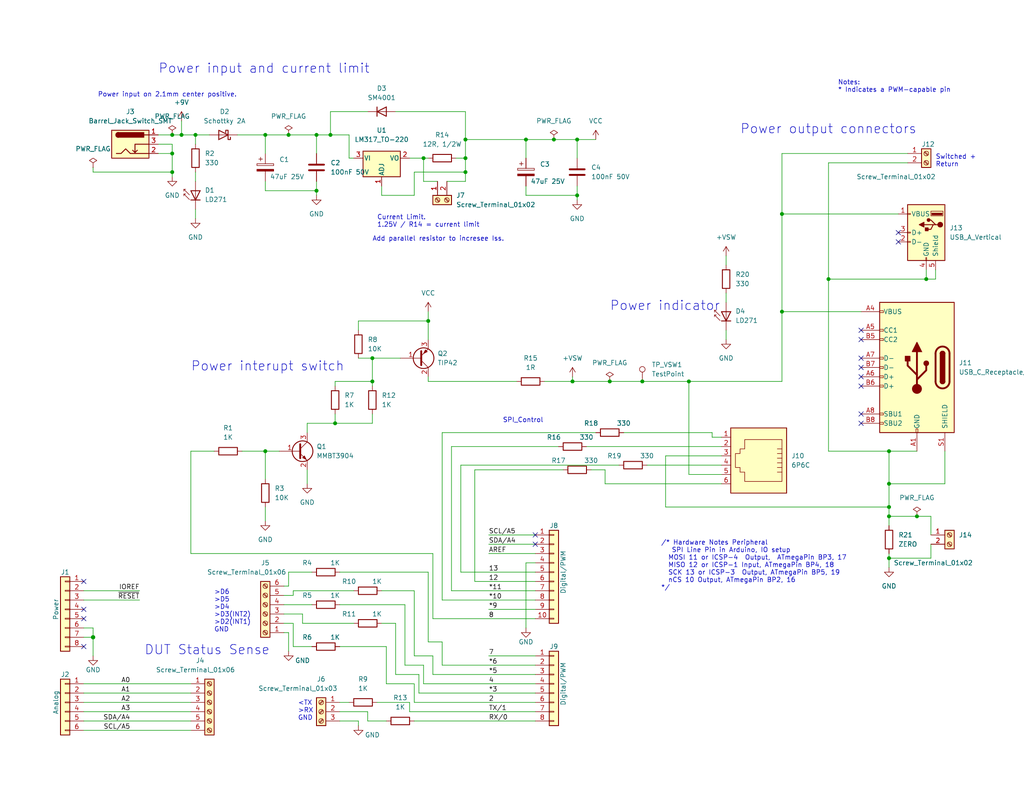
<source format=kicad_sch>
(kicad_sch (version 20211123) (generator eeschema)
  (paper "USLetter")
  (title_block (title "PowerInterruptUNO") (date "2022-07-14") (rev "0.1") (company "Amused Scientist") (comment 1 "(Forrest) Lee Erickson") (comment 2 "however it is not guaranteed to do so.") (comment 3 "Warranty: Designed to kill you and render the earth uninhabitable,"))
  (junction (at 46.99 46.99))
  (junction (at 156.21 104.14))
  (junction (at 143.51 38.1))
  (junction (at 175.26 104.14))
  (junction (at 72.39 123.19))
  (junction (at 101.6 104.14))
  (junction (at 157.48 53.34))
  (junction (at 226.06 76.2))
  (junction (at 46.99 41.91))
  (junction (at 187.96 104.14))
  (junction (at 151.13 38.1))
  (junction (at 242.57 123.19))
  (junction (at 242.57 132.08))
  (junction (at 242.57 140.97))
  (junction (at 242.57 152.4))
  (junction (at 25.4 173.99) (diameter 1.016))
  (junction (at 157.48 38.1))
  (junction (at 213.36 85.09))
  (junction (at 86.36 36.83))
  (junction (at 86.36 52.07))
  (junction (at 127 38.1))
  (junction (at 46.99 36.83))
  (junction (at 78.74 36.83))
  (junction (at 242.57 138.43))
  (junction (at 115.57 43.18))
  (junction (at 116.84 87.63))
  (junction (at 127 46.99))
  (junction (at 53.34 36.83))
  (junction (at 72.39 36.83))
  (junction (at 252.73 76.2))
  (junction (at 250.19 140.97))
  (junction (at 127 43.18))
  (junction (at 91.44 115.57))
  (junction (at 49.53 36.83))
  (junction (at 166.37 104.14))
  (junction (at 101.6 97.79))
  (junction (at 213.36 58.42))
  (junction (at 90.17 36.83))
  (no_connect (at 22.86 166.37))
  (no_connect (at 22.86 168.91))
  (no_connect (at 22.86 176.53))
  (no_connect (at 146.05 148.59))
  (no_connect (at 146.05 146.05))
  (no_connect (at 245.11 66.04))
  (no_connect (at 245.11 63.5))
  (no_connect (at 234.95 115.57))
  (no_connect (at 234.95 105.41))
  (no_connect (at 234.95 113.03))
  (no_connect (at 234.95 102.87))
  (no_connect (at 234.95 100.33))
  (no_connect (at 234.95 90.17))
  (no_connect (at 234.95 92.71))
  (no_connect (at 234.95 97.79))
  (no_connect (at 22.86 158.75))
  (wire (pts (xy 198.12 69.85) (xy 198.12 72.39)))
  (wire (pts (xy 252.73 76.2) (xy 226.06 76.2)))
  (wire (pts (xy 113.03 196.85) (xy 146.05 196.85)))
  (wire (pts (xy 80.01 161.29) (xy 80.01 162.56)))
  (wire (pts (xy 115.57 186.69) (xy 146.05 186.69)))
  (wire (pts (xy 107.95 184.15) (xy 114.3 184.15)))
  (wire (pts (xy 157.48 38.1) (xy 162.56 38.1)))
  (wire (pts (xy 100.33 194.31) (xy 92.71 194.31)))
  (wire (pts (xy 113.03 186.69) (xy 105.41 186.69)))
  (wire (pts (xy 196.85 124.46) (xy 181.61 124.46)))
  (wire (pts (xy 77.47 167.64) (xy 82.55 167.64)))
  (wire (pts (xy 250.19 140.97) (xy 254 140.97)))
  (wire (pts (xy 127 46.99) (xy 113.03 46.99)))
  (wire (pts (xy 146.05 146.05) (xy 133.35 146.05)))
  (wire (pts (xy 53.34 57.15) (xy 53.34 59.69)))
  (wire (pts (xy 46.99 46.99) (xy 46.99 48.26)))
  (wire (pts (xy 242.57 152.4) (xy 242.57 154.94)))
  (wire (pts (xy 72.39 36.83) (xy 78.74 36.83)))
  (wire (pts (xy 143.51 50.8) (xy 143.51 53.34)))
  (wire (pts (xy 120.65 175.26) (xy 120.65 181.61)))
  (wire (pts (xy 242.57 132.08) (xy 242.57 138.43)))
  (wire (pts (xy 78.74 156.21) (xy 85.09 156.21)))
  (wire (pts (xy 77.47 165.1) (xy 85.09 165.1)))
  (wire (pts (xy 102.87 191.77) (xy 111.76 191.77)))
  (wire (pts (xy 64.77 36.83) (xy 72.39 36.83)))
  (wire (pts (xy 25.4 171.45) (xy 25.4 173.99)))
  (wire (pts (xy 22.86 199.39) (xy 52.07 199.39)))
  (wire (pts (xy 25.4 45.72) (xy 25.4 46.99)))
  (wire (pts (xy 116.84 87.63) (xy 97.79 87.63)))
  (wire (pts (xy 157.48 50.8) (xy 157.48 53.34)))
  (wire (pts (xy 118.11 151.13) (xy 118.11 168.91)))
  (wire (pts (xy 104.14 161.29) (xy 113.03 161.29)))
  (wire (pts (xy 127 38.1) (xy 143.51 38.1)))
  (wire (pts (xy 86.36 36.83) (xy 86.36 41.91)))
  (wire (pts (xy 80.01 170.18) (xy 80.01 176.53)))
  (wire (pts (xy 175.26 104.14) (xy 187.96 104.14)))
  (wire (pts (xy 242.57 143.51) (xy 242.57 140.97)))
  (wire (pts (xy 226.06 44.45) (xy 247.65 44.45)))
  (wire (pts (xy 80.01 162.56) (xy 77.47 162.56)))
  (wire (pts (xy 25.4 173.99) (xy 25.4 179.07)))
  (wire (pts (xy 194.31 119.38) (xy 194.31 118.11)))
  (wire (pts (xy 104.14 170.18) (xy 107.95 170.18)))
  (wire (pts (xy 242.57 123.19) (xy 242.57 132.08)))
  (wire (pts (xy 80.01 161.29) (xy 96.52 161.29)))
  (wire (pts (xy 78.74 160.02) (xy 78.74 156.21)))
  (wire (pts (xy 133.35 179.07) (xy 146.05 179.07)))
  (wire (pts (xy 156.21 104.14) (xy 166.37 104.14)))
  (wire (pts (xy 53.34 36.83) (xy 57.15 36.83)))
  (wire (pts (xy 213.36 85.09) (xy 213.36 104.14)))
  (wire (pts (xy 113.03 179.07) (xy 118.11 179.07)))
  (wire (pts (xy 213.36 85.09) (xy 234.95 85.09)))
  (wire (pts (xy 83.82 115.57) (xy 91.44 115.57)))
  (wire (pts (xy 125.73 156.21) (xy 146.05 156.21)))
  (wire (pts (xy 25.4 46.99) (xy 46.99 46.99)))
  (wire (pts (xy 160.02 121.92) (xy 196.85 121.92)))
  (wire (pts (xy 127 43.18) (xy 127 38.1)))
  (wire (pts (xy 72.39 52.07) (xy 86.36 52.07)))
  (wire (pts (xy 22.86 186.69) (xy 52.07 186.69)))
  (wire (pts (xy 127 49.53) (xy 127 46.99)))
  (wire (pts (xy 49.53 33.02) (xy 49.53 36.83)))
  (wire (pts (xy 187.96 104.14) (xy 187.96 129.54)))
  (wire (pts (xy 120.65 181.61) (xy 146.05 181.61)))
  (wire (pts (xy 254 140.97) (xy 254 146.05)))
  (wire (pts (xy 22.86 189.23) (xy 52.07 189.23)))
  (wire (pts (xy 151.13 38.1) (xy 157.48 38.1)))
  (wire (pts (xy 107.95 170.18) (xy 107.95 184.15)))
  (wire (pts (xy 121.92 49.53) (xy 127 49.53)))
  (wire (pts (xy 165.1 132.08) (xy 165.1 128.27)))
  (wire (pts (xy 49.53 36.83) (xy 53.34 36.83)))
  (wire (pts (xy 119.38 49.53) (xy 115.57 49.53)))
  (wire (pts (xy 127 30.48) (xy 127 38.1)))
  (wire (pts (xy 156.21 104.14) (xy 156.21 102.87)))
  (wire (pts (xy 148.59 104.14) (xy 156.21 104.14)))
  (wire (pts (xy 116.84 175.26) (xy 120.65 175.26)))
  (wire (pts (xy 90.17 30.48) (xy 100.33 30.48)))
  (wire (pts (xy 43.18 39.37) (xy 46.99 39.37)))
  (wire (pts (xy 46.99 41.91) (xy 46.99 46.99)))
  (wire (pts (xy 116.84 102.87) (xy 116.84 104.14)))
  (wire (pts (xy 250.19 123.19) (xy 242.57 123.19)))
  (wire (pts (xy 115.57 181.61) (xy 110.49 181.61)))
  (wire (pts (xy 80.01 176.53) (xy 85.09 176.53)))
  (wire (pts (xy 213.36 58.42) (xy 213.36 85.09)))
  (wire (pts (xy 146.05 166.37) (xy 133.35 166.37)))
  (wire (pts (xy 176.53 127) (xy 196.85 127)))
  (wire (pts (xy 226.06 76.2) (xy 226.06 44.45)))
  (wire (pts (xy 166.37 104.14) (xy 175.26 104.14)))
  (wire (pts (xy 127 46.99) (xy 127 43.18)))
  (wire (pts (xy 143.51 38.1) (xy 143.51 43.18)))
  (wire (pts (xy 116.84 104.14) (xy 140.97 104.14)))
  (wire (pts (xy 196.85 132.08) (xy 165.1 132.08)))
  (wire (pts (xy 254 148.59) (xy 254 152.4)))
  (wire (pts (xy 83.82 128.27) (xy 83.82 132.08)))
  (wire (pts (xy 113.03 191.77) (xy 113.03 186.69)))
  (wire (pts (xy 86.36 49.53) (xy 86.36 52.07)))
  (wire (pts (xy 96.52 43.18) (xy 95.25 43.18)))
  (wire (pts (xy 105.41 176.53) (xy 92.71 176.53)))
  (wire (pts (xy 52.07 123.19) (xy 52.07 151.13)))
  (wire (pts (xy 72.39 36.83) (xy 72.39 41.91)))
  (wire (pts (xy 194.31 118.11) (xy 170.18 118.11)))
  (wire (pts (xy 252.73 73.66) (xy 252.73 76.2)))
  (wire (pts (xy 76.2 123.19) (xy 72.39 123.19)))
  (wire (pts (xy 38.1 161.29) (xy 22.86 161.29)))
  (wire (pts (xy 113.03 53.34) (xy 104.14 53.34)))
  (wire (pts (xy 157.48 53.34) (xy 157.48 54.61)))
  (wire (pts (xy 257.81 123.19) (xy 257.81 132.08)))
  (wire (pts (xy 101.6 113.03) (xy 101.6 115.57)))
  (wire (pts (xy 157.48 38.1) (xy 157.48 43.18)))
  (wire (pts (xy 22.86 191.77) (xy 52.07 191.77)))
  (wire (pts (xy 125.73 127) (xy 125.73 156.21)))
  (wire (pts (xy 100.33 196.85) (xy 100.33 194.31)))
  (wire (pts (xy 107.95 30.48) (xy 127 30.48)))
  (wire (pts (xy 72.39 49.53) (xy 72.39 52.07)))
  (wire (pts (xy 91.44 115.57) (xy 101.6 115.57)))
  (wire (pts (xy 242.57 152.4) (xy 254 152.4)))
  (wire (pts (xy 115.57 43.18) (xy 115.57 49.53)))
  (wire (pts (xy 53.34 46.99) (xy 53.34 49.53)))
  (wire (pts (xy 257.81 132.08) (xy 242.57 132.08)))
  (wire (pts (xy 82.55 167.64) (xy 82.55 170.18)))
  (wire (pts (xy 143.51 153.67) (xy 143.51 171.45)))
  (wire (pts (xy 53.34 39.37) (xy 53.34 36.83)))
  (wire (pts (xy 242.57 140.97) (xy 250.19 140.97)))
  (wire (pts (xy 90.17 36.83) (xy 90.17 30.48)))
  (wire (pts (xy 105.41 196.85) (xy 100.33 196.85)))
  (wire (pts (xy 101.6 104.14) (xy 101.6 97.79)))
  (wire (pts (xy 77.47 172.72) (xy 78.74 172.72)))
  (wire (pts (xy 104.14 53.34) (xy 104.14 50.8)))
  (wire (pts (xy 146.05 151.13) (xy 133.35 151.13)))
  (wire (pts (xy 198.12 90.17) (xy 198.12 92.71)))
  (wire (pts (xy 118.11 168.91) (xy 146.05 168.91)))
  (wire (pts (xy 161.29 128.27) (xy 165.1 128.27)))
  (wire (pts (xy 110.49 181.61) (xy 110.49 165.1)))
  (wire (pts (xy 38.1 163.83) (xy 22.86 163.83)))
  (wire (pts (xy 101.6 104.14) (xy 91.44 104.14)))
  (wire (pts (xy 90.17 36.83) (xy 95.25 36.83)))
  (wire (pts (xy 115.57 43.18) (xy 116.84 43.18)))
  (wire (pts (xy 120.65 163.83) (xy 146.05 163.83)))
  (wire (pts (xy 86.36 36.83) (xy 90.17 36.83)))
  (wire (pts (xy 22.86 173.99) (xy 25.4 173.99)))
  (wire (pts (xy 72.39 138.43) (xy 72.39 142.24)))
  (wire (pts (xy 247.65 41.91) (xy 213.36 41.91)))
  (wire (pts (xy 95.25 43.18) (xy 95.25 36.83)))
  (wire (pts (xy 143.51 53.34) (xy 157.48 53.34)))
  (wire (pts (xy 196.85 129.54) (xy 187.96 129.54)))
  (wire (pts (xy 118.11 179.07) (xy 118.11 184.15)))
  (wire (pts (xy 181.61 124.46) (xy 181.61 138.43)))
  (wire (pts (xy 245.11 58.42) (xy 213.36 58.42)))
  (wire (pts (xy 46.99 36.83) (xy 49.53 36.83)))
  (wire (pts (xy 113.03 46.99) (xy 113.03 53.34)))
  (wire (pts (xy 242.57 123.19) (xy 226.06 123.19)))
  (wire (pts (xy 111.76 191.77) (xy 111.76 194.31)))
  (wire (pts (xy 118.11 184.15) (xy 146.05 184.15)))
  (wire (pts (xy 92.71 191.77) (xy 95.25 191.77)))
  (wire (pts (xy 187.96 104.14) (xy 213.36 104.14)))
  (wire (pts (xy 97.79 196.85) (xy 97.79 198.12)))
  (wire (pts (xy 91.44 113.03) (xy 91.44 115.57)))
  (wire (pts (xy 83.82 118.11) (xy 83.82 115.57)))
  (wire (pts (xy 242.57 151.13) (xy 242.57 152.4)))
  (wire (pts (xy 22.86 194.31) (xy 52.07 194.31)))
  (wire (pts (xy 143.51 38.1) (xy 151.13 38.1)))
  (wire (pts (xy 111.76 43.18) (xy 115.57 43.18)))
  (wire (pts (xy 72.39 123.19) (xy 72.39 130.81)))
  (wire (pts (xy 86.36 52.07) (xy 86.36 53.34)))
  (wire (pts (xy 110.49 165.1) (xy 92.71 165.1)))
  (wire (pts (xy 255.27 73.66) (xy 255.27 76.2)))
  (wire (pts (xy 242.57 138.43) (xy 242.57 140.97)))
  (wire (pts (xy 116.84 156.21) (xy 116.84 175.26)))
  (wire (pts (xy 153.67 128.27) (xy 129.54 128.27)))
  (wire (pts (xy 92.71 156.21) (xy 116.84 156.21)))
  (wire (pts (xy 77.47 170.18) (xy 80.01 170.18)))
  (wire (pts (xy 146.05 153.67) (xy 143.51 153.67)))
  (wire (pts (xy 58.42 123.19) (xy 52.07 123.19)))
  (wire (pts (xy 226.06 76.2) (xy 226.06 123.19)))
  (wire (pts (xy 125.73 127) (xy 168.91 127)))
  (wire (pts (xy 22.86 171.45) (xy 25.4 171.45)))
  (wire (pts (xy 82.55 170.18) (xy 96.52 170.18)))
  (wire (pts (xy 152.4 121.92) (xy 123.19 121.92)))
  (wire (pts (xy 114.3 184.15) (xy 114.3 189.23)))
  (wire (pts (xy 123.19 161.29) (xy 146.05 161.29)))
  (wire (pts (xy 66.04 123.19) (xy 72.39 123.19)))
  (wire (pts (xy 97.79 87.63) (xy 97.79 90.17)))
  (wire (pts (xy 91.44 104.14) (xy 91.44 105.41)))
  (wire (pts (xy 78.74 36.83) (xy 86.36 36.83)))
  (wire (pts (xy 124.46 43.18) (xy 127 43.18)))
  (wire (pts (xy 46.99 39.37) (xy 46.99 41.91)))
  (wire (pts (xy 78.74 172.72) (xy 78.74 177.8)))
  (wire (pts (xy 105.41 186.69) (xy 105.41 176.53)))
  (wire (pts (xy 242.57 138.43) (xy 181.61 138.43)))
  (wire (pts (xy 198.12 80.01) (xy 198.12 82.55)))
  (wire (pts (xy 116.84 92.71) (xy 116.84 87.63)))
  (wire (pts (xy 92.71 196.85) (xy 97.79 196.85)))
  (wire (pts (xy 129.54 128.27) (xy 129.54 158.75)))
  (wire (pts (xy 97.79 97.79) (xy 101.6 97.79)))
  (wire (pts (xy 146.05 148.59) (xy 133.35 148.59)))
  (wire (pts (xy 43.18 41.91) (xy 46.99 41.91)))
  (wire (pts (xy 116.84 85.09) (xy 116.84 87.63)))
  (wire (pts (xy 43.18 36.83) (xy 46.99 36.83)))
  (wire (pts (xy 213.36 41.91) (xy 213.36 58.42)))
  (wire (pts (xy 113.03 191.77) (xy 146.05 191.77)))
  (wire (pts (xy 129.54 158.75) (xy 146.05 158.75)))
  (wire (pts (xy 114.3 189.23) (xy 146.05 189.23)))
  (wire (pts (xy 255.27 76.2) (xy 252.73 76.2)))
  (wire (pts (xy 123.19 121.92) (xy 123.19 161.29)))
  (wire (pts (xy 101.6 97.79) (xy 109.22 97.79)))
  (wire (pts (xy 115.57 186.69) (xy 115.57 181.61)))
  (wire (pts (xy 120.65 118.11) (xy 120.65 163.83)))
  (wire (pts (xy 101.6 104.14) (xy 101.6 105.41)))
  (wire (pts (xy 196.85 119.38) (xy 194.31 119.38)))
  (wire (pts (xy 111.76 194.31) (xy 146.05 194.31)))
  (wire (pts (xy 113.03 161.29) (xy 113.03 179.07)))
  (wire (pts (xy 22.86 196.85) (xy 52.07 196.85)))
  (wire (pts (xy 52.07 151.13) (xy 118.11 151.13)))
  (wire (pts (xy 120.65 118.11) (xy 162.56 118.11)))
  (wire (pts (xy 77.47 160.02) (xy 78.74 160.02)))
  (text "Power output connectors\n" (at 201.93 36.83 0) (effects (font (size 2.54 2.54)) (justify left bottom)))
  (text "Power input on 2.1mm center positive." (at 26.67 26.67 0) (effects (font (size 1.27 1.27)) (justify left bottom)))
  (text "Power interupt switch" (at 52.07 101.6 0) (effects (font (size 2.54 2.54)) (justify left bottom)))
  (text "Power indicator" (at 166.37 85.09 0) (effects (font (size 2.54 2.54)) (justify left bottom)))
  (text "Add parallel resistor to incresee Iss." (at 101.6 66.04 0) (effects (font (size 1.27 1.27)) (justify left bottom)))
  (text "SPI_Control" (at 137.16 115.57 0) (effects (font (size 1.27 1.27)) (justify left bottom)))
  (text "Current Limit.\n1.25V / R14 = current limit" (at 102.87 62.23 0) (effects (font (size 1.27 1.27)) (justify left bottom)))
  (text "Power input and current limit" (at 43.18 20.32 0) (effects (font (size 2.54 2.54)) (justify left bottom)))
  (text "DUT Status Sense" (at 39.37 179.07 0) (effects (font (size 2.54 2.54)) (justify left bottom)))
  (text "Switched +\nReturn" (at 255.27 45.72 0) (effects (font (size 1.27 1.27)) (justify left bottom)))
  (text "<TX\n>RX\nGND" (at 81.28 196.85 0) (effects (font (size 1.27 1.27)) (justify left bottom)))
  (text "Notes:\n* Indicates a PWM-capable pin" (at 228.6 25.4 0) (effects (font (size 1.27 1.27)) (justify left bottom)))
  (text ">D6\n>D5\n>D4\n>D3(INT2)\n>D2(INT1)\nGND" (at 58.42 172.72 0) (effects (font (size 1.27 1.27)) (justify left bottom)))
  (text "/* Hardware Notes Peripheral\n   SPI Line Pin in Arduino, IO setup\n  MOSI 11 or ICSP-4  Output,  ATmegaPin BP3, 17\n  MISO 12 or ICSP-1 Input, ATmegaPin BP4, 18\n  SCK 13 or ICSP-3  Output, ATmegaPin BP5, 19\n  nCS 10 Output, ATmegaPin BP2, 16\n*/" (at 180.34 161.29 0) (effects (font (size 1.27 1.27)) (justify left bottom)))
  (label "RX{slash}0" (at 133.35 196.85 0))
  (label "A2" (at 35.56 191.77 180))
  (label "4" (at 133.35 186.69 0))
  (label "2" (at 133.35 191.77 0))
  (label "A3" (at 35.56 194.31 180))
  (label "13" (at 133.35 156.21 0))
  (label "12" (at 133.35 158.75 0))
  (label "~{RESET}" (at 38.1 163.83 180))
  (label "*10" (at 133.35 163.83 0))
  (label "7" (at 133.35 179.07 0))
  (label "SDA{slash}A4" (at 133.35 148.59 0))
  (label "8" (at 133.35 168.91 0))
  (label "*11" (at 133.35 161.29 0))
  (label "*3" (at 133.35 189.23 0))
  (label "A1" (at 35.56 189.23 180))
  (label "TX{slash}1" (at 133.35 194.31 0))
  (label "A0" (at 35.56 186.69 180))
  (label "AREF" (at 133.35 151.13 0))
  (label "*6" (at 133.35 181.61 0))
  (label "SCL{slash}A5" (at 133.35 146.05 0))
  (label "*9" (at 133.35 166.37 0))
  (label "*5" (at 133.35 184.15 0))
  (label "IOREF" (at 38.1 161.29 180))
  (label "SDA{slash}A4" (at 35.56 196.85 180))
  (label "SCL{slash}A5" (at 35.56 199.39 180))
  (symbol (lib_id "Connector_Generic:Conn_01x08") (at 17.78 166.37 0) (mirror y) (unit 1)
    (property "Reference" "J1" (at 17.78 156.21 0))
    (property "Value" "Power" (at 15.24 166.37 90))
    (property "Footprint" "Connector_PinSocket_2.54mm:PinSocket_1x08_P2.54mm_Vertical" (effects hide))
    (property "Distributor 1" "JLCPCB" (effects hide))
    (property "MPN" "foo" (effects hide))
    (property "Manufacturer" "foo" (effects hide))
    (property "Distirbutor 1 PN" "foo" (effects hide))
    (property "Cost" "foo" (effects hide))
  )
  (symbol (lib_id "power:GND") (at 25.4 179.07 0) (mirror y) (unit 1)
    (property "Reference" "#PWR02" (effects hide))
    (property "Value" "GND" (at 25.4 182.88 0))
  )
  (symbol (lib_id "Connector_Generic:Conn_01x10") (at 151.13 156.21 0) (unit 1)
    (property "Reference" "J8" (at 151.13 143.51 0))
    (property "Value" "Digital/PWM" (at 153.67 156.21 90))
    (property "Footprint" "Connector_PinSocket_2.54mm:PinSocket_1x10_P2.54mm_Vertical" (effects hide))
    (property "Distributor 1" "JLCPCB" (effects hide))
    (property "MPN" "foo" (effects hide))
    (property "Manufacturer" "foo" (effects hide))
    (property "Distirbutor 1 PN" "foo" (effects hide))
    (property "Cost" "foo" (effects hide))
  )
  (symbol (lib_id "power:GND") (at 143.51 171.45 0) (mirror y) (unit 1)
    (property "Reference" "#PWR014" (effects hide))
    (property "Value" "GND" (at 143.51 175.26 0))
  )
  (symbol (lib_id "Connector_Generic:Conn_01x06") (at 17.78 191.77 0) (mirror y) (unit 1)
    (property "Reference" "J2" (at 17.78 184.15 0))
    (property "Value" "Analog" (at 15.24 191.77 90))
    (property "Footprint" "Connector_PinSocket_2.54mm:PinSocket_1x06_P2.54mm_Vertical" (effects hide))
    (property "Distributor 1" "JLCPCB" (effects hide))
    (property "MPN" "foo" (effects hide))
    (property "Manufacturer" "foo" (effects hide))
    (property "Distirbutor 1 PN" "foo" (effects hide))
    (property "Cost" "foo" (effects hide))
  )
  (symbol (lib_id "Connector_Generic:Conn_01x08") (at 151.13 186.69 0) (unit 1)
    (property "Reference" "J9" (at 151.13 176.53 0))
    (property "Value" "Digital/PWM" (at 153.67 186.69 90))
    (property "Footprint" "Connector_PinSocket_2.54mm:PinSocket_1x08_P2.54mm_Vertical" (effects hide))
    (property "Distributor 1" "JLCPCB" (effects hide))
    (property "MPN" "foo" (effects hide))
    (property "Manufacturer" "foo" (effects hide))
    (property "Distirbutor 1 PN" "foo" (effects hide))
    (property "Cost" "foo" (effects hide))
  )
  (symbol (lib_id "Device:R") (at 97.79 93.98 0) (unit 1)
    (property "Reference" "R8" (at 100.33 92.7099 0) (effects (justify left)))
    (property "Value" "10K" (at 100.33 95.2499 0) (effects (justify left)))
    (property "Footprint" "Resistor_SMD:R_0603_1608Metric_Pad0.98x0.95mm_HandSolder" (effects hide))
    (property "Datasheet" "https://datasheet.lcsc.com/lcsc/1811081617_YAGEO-RC0603JR-0710KL_C99198.pdf" (effects hide))
    (property "Distributor 1" "JLCPCB" (effects hide))
    (property "Distributor 1 PN" "C99198" (effects hide))
    (property "MPN" "RC0603JR-0710KL" (effects hide))
    (property "Manufacturer" "YAGEO" (effects hide))
    (property "Distirbutor 1 PN" "empty" (effects hide))
    (property "Cost" "0.001" (effects hide))
  )
  (symbol (lib_id "Device:C") (at 86.36 45.72 0) (unit 1)
    (property "Reference" "C2" (at 90.17 44.4499 0) (effects (justify left)))
    (property "Value" "100nF 50V" (at 90.17 46.9899 0) (effects (justify left)))
    (property "Footprint" "Capacitor_SMD:C_0603_1608Metric_Pad1.08x0.95mm_HandSolder" (effects hide))
    (property "Datasheet" "https://datasheet.lcsc.com/lcsc/1809301912_YAGEO-CC0603KRX7R9BB104_C14663.pdf" (effects hide))
    (property "Distirbutor 1 PN" "C14663" (effects hide))
    (property "Distributor 1" "JLCPCB" (effects hide))
    (property "MPN" "CC0603KRX7R9BB104" (effects hide))
    (property "Manufacturer" "YAGEO" (effects hide))
    (property "Cost" "0.0024" (effects hide))
    (property "Distributor 1 PN" "C14663" (effects hide))
  )
  (symbol (lib_id "power:PWR_FLAG") (at 25.4 45.72 0) (unit 1)
    (property "Reference" "#FLG0102" (effects hide))
    (property "Value" "PWR_FLAG" (at 25.4 40.64 0))
  )
  (symbol (lib_id "power:GND") (at 86.36 53.34 0) (unit 1)
    (property "Reference" "#PWR012" (effects hide))
    (property "Value" "GND" (at 86.36 58.42 0))
  )
  (symbol (lib_id "power:GND") (at 242.57 154.94 0) (unit 1)
    (property "Reference" "#PWR020" (effects hide))
    (property "Value" "GND" (at 242.57 160.02 0))
  )
  (symbol (lib_id "Connector:Screw_Terminal_01x02") (at 259.08 146.05 0) (unit 1)
    (property "Reference" "J14" (at 261.62 146.0499 0) (effects (justify left)))
    (property "Value" "Screw_Terminal_01x02" (at 243.84 153.67 0) (effects (justify left)))
    (property "Footprint" "TerminalBlock_TE-Connectivity:TerminalBlock_TE_282834-2_1x02_P2.54mm_Horizontal" (effects hide))
    (property "Datasheet" "https://datasheet.lcsc.com/lcsc/2201131330_DIBO-DB125-2-54-2P-GN_C918120.pdf" (effects hide))
    (property "Distributor 1" "JLCPCB" (effects hide))
    (property "Distributor 1 PN" "C918120" (effects hide))
    (property "MPN" "DB125-2.54-2P-GN" (effects hide))
    (property "Manufacturer" "DIBO" (effects hide))
    (property "Distirbutor 1 PN" "foo" (effects hide))
    (property "Cost" "0.1686" (effects hide))
  )
  (symbol (lib_id "Device:C") (at 157.48 46.99 0) (unit 1)
    (property "Reference" "C4" (at 161.29 45.7199 0) (effects (justify left)))
    (property "Value" "100nF 50V" (at 161.29 48.2599 0) (effects (justify left)))
    (property "Footprint" "Capacitor_SMD:C_0603_1608Metric_Pad1.08x0.95mm_HandSolder" (effects hide))
    (property "Datasheet" "https://datasheet.lcsc.com/lcsc/1809301912_YAGEO-CC0603KRX7R9BB104_C14663.pdf" (effects hide))
    (property "Distirbutor 1 PN" "C14663" (effects hide))
    (property "Distributor 1" "JLCPCB" (effects hide))
    (property "MPN" "CC0603KRX7R9BB104" (effects hide))
    (property "Manufacturer" "YAGEO" (effects hide))
    (property "Cost" "0.0024" (effects hide))
    (property "Distributor 1 PN" "C14663" (effects hide))
  )
  (symbol (lib_id "Connector:USB_A") (at 252.73 63.5 0) (mirror y) (unit 1)
    (property "Reference" "J13" (at 259.08 62.2299 0) (effects (justify right)))
    (property "Value" "USB_A_Vertical" (at 259.08 64.7699 0) (effects (justify right)))
    (property "Footprint" "Connector_USB:USB_A_Wuerth_614004134726_Horizontal" (effects hide))
    (property "Datasheet" "https://datasheet.lcsc.com/lcsc/1811131821_Jing-Extension-of-the-Electronic-Co--C26235_C26235.pdf" (effects hide))
    (property "Distributor 1" "JLCPCB" (effects hide))
    (property "Distributor 1 PN" "C26235" (effects hide))
    (property "MPN" "C26235" (effects hide))
    (property "Manufacturer" "Jing Extension of the Electronic Co." (effects hide))
    (property "Distirbutor 1 PN" "foo" (effects hide))
    (property "Cost" "0.1616" (effects hide))
  )
  (symbol (lib_id "power:GND") (at 53.34 59.69 0) (unit 1)
    (property "Reference" "#PWR07" (effects hide))
    (property "Value" "GND" (at 53.34 64.77 0))
  )
  (symbol (lib_id "power:+VSW") (at 198.12 69.85 0) (unit 1)
    (property "Reference" "#PWR018" (effects hide))
    (property "Value" "+VSW" (at 198.12 64.77 0))
  )
  (symbol (lib_id "power:PWR_FLAG") (at 46.99 36.83 0) (unit 1)
    (property "Reference" "#FLG0101" (effects hide))
    (property "Value" "PWR_FLAG" (at 46.99 31.75 0))
  )
  (symbol (lib_id "Device:R") (at 120.65 43.18 90) (unit 1)
    (property "Reference" "R14" (at 120.65 36.83 90))
    (property "Value" "12R, 1/2W" (at 120.65 39.37 90))
    (property "Footprint" "Resistor_THT:R_Axial_DIN0414_L11.9mm_D4.5mm_P25.40mm_Horizontal" (effects hide))
    (property "Distributor 1" "JLCPCB" (effects hide))
    (property "MPN" "foo" (effects hide))
    (property "Manufacturer" "foo" (effects hide))
    (property "Distirbutor 1 PN" "foo" (effects hide))
    (property "Cost" "foo" (effects hide))
  )
  (symbol (lib_id "power:PWR_FLAG") (at 78.74 36.83 0) (unit 1)
    (property "Reference" "#FLG0106" (effects hide))
    (property "Value" "PWR_FLAG" (at 78.74 31.75 0))
  )
  (symbol (lib_id "power:GND") (at 78.74 177.8 0) (unit 1)
    (property "Reference" "#PWR09" (effects hide))
    (property "Value" "GND" (at 82.55 180.34 0))
  )
  (symbol (lib_id "Connector:Screw_Terminal_01x02") (at 252.73 41.91 0) (unit 1)
    (property "Reference" "J12" (at 251.46 39.37 0) (effects (justify left)))
    (property "Value" "Screw_Terminal_01x02" (at 233.68 48.26 0) (effects (justify left)))
    (property "Footprint" "TerminalBlock_TE-Connectivity:TerminalBlock_TE_282834-2_1x02_P2.54mm_Horizontal" (effects hide))
    (property "Datasheet" "https://datasheet.lcsc.com/lcsc/2201131330_DIBO-DB125-2-54-2P-GN_C918120.pdf" (effects hide))
    (property "Distributor 1" "JLCPCB" (effects hide))
    (property "Distributor 1 PN" "C918120" (effects hide))
    (property "MPN" "DB125-2.54-2P-GN" (effects hide))
    (property "Manufacturer" "DIBO" (effects hide))
    (property "Distirbutor 1 PN" "foo" (effects hide))
    (property "Cost" "0.1686" (effects hide))
  )
  (symbol (lib_id "Device:R") (at 172.72 127 90) (unit 1)
    (property "Reference" "R19" (at 167.64 124.46 90))
    (property "Value" "330" (at 176.53 124.46 90))
    (property "Footprint" "Resistor_SMD:R_0603_1608Metric_Pad0.98x0.95mm_HandSolder" (effects hide))
    (property "Datasheet" "https://datasheet.lcsc.com/lcsc/1810132111_YAGEO-RC0603FR-07330RL_C105881.pdf" (effects hide))
    (property "Distributor 1" "JLCPCB" (effects hide))
    (property "Distributor 1 PN" "C105881" (effects hide))
    (property "MPN" "RC0603FR-07330RL" (effects hide))
    (property "Manufacturer" "YAGEO" (effects hide))
    (property "Distirbutor 1 PN" "C105881" (effects hide))
    (property "Cost" "0.0014" (effects hide))
    (property "Description" "100mW Thick Film Resistors 75V ±1% ±100ppm/℃ 330Ω -55℃~+155℃ 0603 Chip Resistor - Surface Mount ROHS" (effects hide))
  )
  (symbol (lib_id "Device:R") (at 53.34 43.18 0) (unit 1)
    (property "Reference" "R2" (at 55.88 41.9099 0) (effects (justify left)))
    (property "Value" "330" (at 55.88 44.4499 0) (effects (justify left)))
    (property "Footprint" "Resistor_SMD:R_0603_1608Metric_Pad0.98x0.95mm_HandSolder" (effects hide))
    (property "Datasheet" "https://datasheet.lcsc.com/lcsc/1810132111_YAGEO-RC0603FR-07330RL_C105881.pdf" (effects hide))
    (property "Distributor 1" "JLCPCB" (effects hide))
    (property "Distributor 1 PN" "C105881" (effects hide))
    (property "MPN" "RC0603FR-07330RL" (effects hide))
    (property "Manufacturer" "YAGEO" (effects hide))
    (property "Distirbutor 1 PN" "C105881" (effects hide))
    (property "Cost" "0.0014" (effects hide))
    (property "Description" "100mW Thick Film Resistors 75V ±1% ±100ppm/℃ 330Ω -55℃~+155℃ 0603 Chip Resistor - Surface Mount ROHS" (effects hide))
  )
  (symbol (lib_id "Device:D_Schottky") (at 60.96 36.83 180) (unit 1)
    (property "Reference" "D2" (at 61.2775 30.48 0))
    (property "Value" "Schottky 2A" (at 61.2775 33.02 0))
    (property "Footprint" "Diode_SMD:D_SMB" (effects hide))
    (property "Datasheet" "https://datasheet.lcsc.com/lcsc/1811071613_MDD-Microdiode-Electronics--SS210_C14996.pdf" (effects hide))
    (property "Distributor 1" "JLCPCB" (effects hide))
    (property "Distributor 1 PN" "C14996" (effects hide))
    (property "MPN" "SS210" (effects hide))
    (property "Manufacturer" "MDD（Microdiode Electronics）" (effects hide))
    (property "Cost" "0.0349" (effects hide))
    (property "Distirbutor 1 PN" "C14996" (effects hide))
  )
  (symbol (lib_id "Connector:TestPoint") (at 175.26 104.14 0) (unit 1)
    (property "Reference" "TP_VSW1" (at 177.8 99.5679 0) (effects (justify left)))
    (property "Value" "TestPoint" (at 177.8 102.1079 0) (effects (justify left)))
    (property "Footprint" "TestPoint:TestPoint_Loop_D2.50mm_Drill1.85mm" (effects hide))
    (property "Distributor 1" "JLCPCB" (effects hide))
    (property "MPN" "foo" (effects hide))
    (property "Manufacturer" "foo" (effects hide))
    (property "Distirbutor 1 PN" "foo" (effects hide))
    (property "Cost" "foo" (effects hide))
  )
  (symbol (lib_id "power:GND") (at 46.99 48.26 0) (unit 1)
    (property "Reference" "#PWR05" (effects hide))
    (property "Value" "GND" (at 46.99 53.34 0))
  )
  (symbol (lib_id "Device:C_Polarized") (at 72.39 45.72 0) (unit 1)
    (property "Reference" "C1" (at 76.2 43.5609 0) (effects (justify left)))
    (property "Value" "47uF 25V" (at 73.66 48.26 0) (effects (justify left)))
    (property "Footprint" "Capacitor_SMD:CP_Elec_6.3x5.3" (effects hide))
    (property "Datasheet" "https://datasheet.lcsc.com/lcsc/2202252130_ROQANG-RVT1E470M0605_C72521.pdf" (effects hide))
    (property "Distributor 1" "JLCPCB" (effects hide))
    (property "Distirbutor 1 PN" "C72521" (effects hide))
    (property "Manufacturer" "ROQANG" (effects hide))
    (property "MPN" "RVT1E470M0605" (effects hide))
    (property "Cost" "0.0357" (effects hide))
    (property "Distributor 1 PN" "C72521" (effects hide))
  )
  (symbol (lib_id "Device:R") (at 72.39 134.62 0) (unit 1)
    (property "Reference" "R3" (at 74.93 133.3499 0) (effects (justify left)))
    (property "Value" "10K" (at 74.93 135.8899 0) (effects (justify left)))
    (property "Footprint" "Resistor_SMD:R_0603_1608Metric_Pad0.98x0.95mm_HandSolder" (effects hide))
    (property "Datasheet" "https://datasheet.lcsc.com/lcsc/1811081617_YAGEO-RC0603JR-0710KL_C99198.pdf" (effects hide))
    (property "Distributor 1" "JLCPCB" (effects hide))
    (property "Distributor 1 PN" "C99198" (effects hide))
    (property "MPN" "RC0603JR-0710KL" (effects hide))
    (property "Manufacturer" "YAGEO" (effects hide))
    (property "Distirbutor 1 PN" "empty" (effects hide))
    (property "Cost" "0.001" (effects hide))
  )
  (symbol (lib_id "Device:R") (at 242.57 147.32 0) (unit 1)
    (property "Reference" "R21" (at 245.11 146.0499 0) (effects (justify left)))
    (property "Value" "ZERO" (at 245.11 148.5899 0) (effects (justify left)))
    (property "Footprint" "Resistor_SMD:R_0603_1608Metric_Pad0.98x0.95mm_HandSolder" (effects hide))
    (property "Distributor 1" "JLCPCB" (effects hide))
    (property "MPN" "foo" (effects hide))
    (property "Manufacturer" "foo" (effects hide))
    (property "Distirbutor 1 PN" "foo" (effects hide))
    (property "Cost" "foo" (effects hide))
  )
  (symbol (lib_id "power:PWR_FLAG") (at 166.37 104.14 0) (unit 1)
    (property "Reference" "#FLG0104" (effects hide))
    (property "Value" "PWR_FLAG" (at 166.37 99.06 0))
  )
  (symbol (lib_id "Device:R") (at 100.33 161.29 90) (unit 1)
    (property "Reference" "R10" (at 95.25 158.75 90))
    (property "Value" "1K" (at 102.87 158.75 90))
    (property "Footprint" "Resistor_SMD:R_0603_1608Metric_Pad0.98x0.95mm_HandSolder" (effects hide))
    (property "Datasheet" "https://datasheet.lcsc.com/lcsc/1810182020_YAGEO-RC0603FR-071KL_C22548.pdf" (effects hide))
    (property "Distributor 1" "JLCPCB" (effects hide))
    (property "Distributor 1 PN" "C22548" (effects hide))
    (property "MPN" "RC0603FR-071KL" (effects hide))
    (property "Manufacturer" "YAGEO" (effects hide))
    (property "Distirbutor 1 PN" "C22548" (effects hide))
    (property "Cost" "0.0012" (effects hide))
  )
  (symbol (lib_id "Device:R") (at 99.06 191.77 90) (unit 1)
    (property "Reference" "R9" (at 99.06 185.42 90))
    (property "Value" "1K" (at 99.06 187.96 90))
    (property "Footprint" "Resistor_SMD:R_0603_1608Metric_Pad0.98x0.95mm_HandSolder" (effects hide))
    (property "Datasheet" "https://datasheet.lcsc.com/lcsc/1810182020_YAGEO-RC0603FR-071KL_C22548.pdf" (effects hide))
    (property "Distributor 1" "JLCPCB" (effects hide))
    (property "Distributor 1 PN" "C22548" (effects hide))
    (property "MPN" "RC0603FR-071KL" (effects hide))
    (property "Manufacturer" "YAGEO" (effects hide))
    (property "Distirbutor 1 PN" "C22548" (effects hide))
    (property "Cost" "0.0012" (effects hide))
  )
  (symbol (lib_id "Device:R") (at 88.9 165.1 90) (unit 1)
    (property "Reference" "R5" (at 83.82 162.56 90))
    (property "Value" "1K" (at 91.44 162.56 90))
    (property "Footprint" "Resistor_SMD:R_0603_1608Metric_Pad0.98x0.95mm_HandSolder" (effects hide))
    (property "Datasheet" "https://datasheet.lcsc.com/lcsc/1810182020_YAGEO-RC0603FR-071KL_C22548.pdf" (effects hide))
    (property "Distributor 1" "JLCPCB" (effects hide))
    (property "Distributor 1 PN" "C22548" (effects hide))
    (property "MPN" "RC0603FR-071KL" (effects hide))
    (property "Manufacturer" "YAGEO" (effects hide))
    (property "Distirbutor 1 PN" "C22548" (effects hide))
    (property "Cost" "0.0012" (effects hide))
  )
  (symbol (lib_id "power:GND") (at 97.79 198.12 0) (unit 1)
    (property "Reference" "#PWR011" (effects hide))
    (property "Value" "GND" (at 101.6 200.66 0))
  )
  (symbol (lib_id "Device:R") (at 88.9 176.53 90) (unit 1)
    (property "Reference" "R6" (at 83.82 173.99 90))
    (property "Value" "1K" (at 91.44 173.99 90))
    (property "Footprint" "Resistor_SMD:R_0603_1608Metric_Pad0.98x0.95mm_HandSolder" (effects hide))
    (property "Datasheet" "https://datasheet.lcsc.com/lcsc/1810182020_YAGEO-RC0603FR-071KL_C22548.pdf" (effects hide))
    (property "Distributor 1" "JLCPCB" (effects hide))
    (property "Distributor 1 PN" "C22548" (effects hide))
    (property "MPN" "RC0603FR-071KL" (effects hide))
    (property "Manufacturer" "YAGEO" (effects hide))
    (property "Distirbutor 1 PN" "C22548" (effects hide))
    (property "Cost" "0.0012" (effects hide))
  )
  (symbol (lib_id "Device:R") (at 91.44 109.22 0) (unit 1)
    (property "Reference" "R7" (at 93.98 107.9499 0) (effects (justify left)))
    (property "Value" "1K" (at 93.98 110.4899 0) (effects (justify left)))
    (property "Footprint" "Resistor_SMD:R_0603_1608Metric_Pad0.98x0.95mm_HandSolder" (effects hide))
    (property "Datasheet" "https://datasheet.lcsc.com/lcsc/1810182020_YAGEO-RC0603FR-071KL_C22548.pdf" (effects hide))
    (property "Distributor 1" "JLCPCB" (effects hide))
    (property "Distributor 1 PN" "C22548" (effects hide))
    (property "MPN" "RC0603FR-071KL" (effects hide))
    (property "Manufacturer" "YAGEO" (effects hide))
    (property "Distirbutor 1 PN" "C22548" (effects hide))
    (property "Cost" "0.0012" (effects hide))
  )
  (symbol (lib_id "power:+VSW") (at 156.21 102.87 0) (unit 1)
    (property "Reference" "#PWR015" (effects hide))
    (property "Value" "+VSW" (at 156.21 97.79 0))
  )
  (symbol (lib_id "Device:C_Polarized") (at 143.51 46.99 0) (unit 1)
    (property "Reference" "C3" (at 147.32 44.8309 0) (effects (justify left)))
    (property "Value" "47uF 25V" (at 144.78 49.53 0) (effects (justify left)))
    (property "Footprint" "Capacitor_SMD:CP_Elec_6.3x5.3" (effects hide))
    (property "Datasheet" "https://datasheet.lcsc.com/lcsc/2202252130_ROQANG-RVT1E470M0605_C72521.pdf" (effects hide))
    (property "Distributor 1" "JLCPCB" (effects hide))
    (property "Distirbutor 1 PN" "C72521" (effects hide))
    (property "Manufacturer" "ROQANG" (effects hide))
    (property "Distributor 1 PN" "C72521" (effects hide))
    (property "MPN" "RVT1E470M0605" (effects hide))
    (property "Cost" "0.0357" (effects hide))
  )
  (symbol (lib_id "power:VCC") (at 162.56 38.1 0) (unit 1)
    (property "Reference" "#PWR017" (effects hide))
    (property "Value" "VCC" (at 162.56 33.02 0))
  )
  (symbol (lib_id "Device:R") (at 156.21 121.92 90) (unit 1)
    (property "Reference" "R16" (at 151.13 119.38 90))
    (property "Value" "330" (at 160.02 119.38 90))
    (property "Footprint" "Resistor_SMD:R_0603_1608Metric_Pad0.98x0.95mm_HandSolder" (effects hide))
    (property "Datasheet" "https://datasheet.lcsc.com/lcsc/1810132111_YAGEO-RC0603FR-07330RL_C105881.pdf" (effects hide))
    (property "Distributor 1" "JLCPCB" (effects hide))
    (property "Distributor 1 PN" "C105881" (effects hide))
    (property "MPN" "RC0603FR-07330RL" (effects hide))
    (property "Manufacturer" "YAGEO" (effects hide))
    (property "Distirbutor 1 PN" "C105881" (effects hide))
    (property "Cost" "0.0014" (effects hide))
    (property "Description" "100mW Thick Film Resistors 75V ±1% ±100ppm/℃ 330Ω -55℃~+155℃ 0603 Chip Resistor - Surface Mount ROHS" (effects hide))
  )
  (symbol (lib_id "Connector:Screw_Terminal_01x06") (at 72.39 167.64 180) (unit 1)
    (property "Reference" "J5" (at 72.39 153.67 0))
    (property "Value" "Screw_Terminal_01x06" (at 67.31 156.21 0))
    (property "Footprint" "TerminalBlock_TE-Connectivity:TerminalBlock_TE_282834-6_1x06_P2.54mm_Horizontal" (effects hide))
    (property "Datasheet" "https://datasheet.lcsc.com/lcsc/2201131330_DIBO-DB125-2-54-2P-GN_C918120.pdf" (effects hide))
    (property "Distributor 1" "JLCPCB" (effects hide))
    (property "Distributor 1 PN" "C918124" (effects hide))
    (property "MPN" "DB125-2.54-6P-GN" (effects hide))
    (property "Manufacturer" "DIBO" (effects hide))
    (property "Distirbutor 1 PN" "foo" (effects hide))
    (property "Cost" "0.4798" (effects hide))
  )
  (symbol (lib_id "Device:R") (at 166.37 118.11 90) (unit 1)
    (property "Reference" "R18" (at 161.29 115.57 90))
    (property "Value" "330" (at 170.18 115.57 90))
    (property "Footprint" "Resistor_SMD:R_0603_1608Metric_Pad0.98x0.95mm_HandSolder" (effects hide))
    (property "Datasheet" "https://datasheet.lcsc.com/lcsc/1810132111_YAGEO-RC0603FR-07330RL_C105881.pdf" (effects hide))
    (property "Distributor 1" "JLCPCB" (effects hide))
    (property "Distributor 1 PN" "C105881" (effects hide))
    (property "MPN" "RC0603FR-07330RL" (effects hide))
    (property "Manufacturer" "YAGEO" (effects hide))
    (property "Distirbutor 1 PN" "C105881" (effects hide))
    (property "Cost" "0.0014" (effects hide))
    (property "Description" "100mW Thick Film Resistors 75V ±1% ±100ppm/℃ 330Ω -55℃~+155℃ 0603 Chip Resistor - Surface Mount ROHS" (effects hide))
  )
  (symbol (lib_id "Transistor_BJT:MMBT3904") (at 81.28 123.19 0) (unit 1)
    (property "Reference" "Q1" (at 86.36 121.9199 0) (effects (justify left)))
    (property "Value" "MMBT3904" (at 86.36 124.4599 0) (effects (justify left)))
    (property "Footprint" "Package_TO_SOT_SMD:SOT-23" (effects hide))
    (property "Datasheet" "https://www.onsemi.com/pub/Collateral/2N3903-D.PDF" (effects hide))
    (property "Distributor 1" "JLCPCB" (effects hide))
    (property "Distributor 1 PN" "C20526" (effects hide))
    (property "MPN" "MMBT3904" (effects hide))
    (property "Manufacturer" "Jiangsu Changjing Electronics Technology Co., Ltd." (effects hide))
    (property "Distirbutor 1 PN" "C20526" (effects hide))
    (property "Cost" "0.0121" (effects hide))
  )
  (symbol (lib_id "Device:R") (at 101.6 109.22 0) (unit 1)
    (property "Reference" "R12" (at 104.14 107.9499 0) (effects (justify left)))
    (property "Value" "1K" (at 104.14 110.4899 0) (effects (justify left)))
    (property "Footprint" "Resistor_SMD:R_0603_1608Metric_Pad0.98x0.95mm_HandSolder" (effects hide))
    (property "Datasheet" "https://datasheet.lcsc.com/lcsc/1810182020_YAGEO-RC0603FR-071KL_C22548.pdf" (effects hide))
    (property "Distributor 1" "JLCPCB" (effects hide))
    (property "Distributor 1 PN" "C22548" (effects hide))
    (property "MPN" "RC0603FR-071KL" (effects hide))
    (property "Manufacturer" "YAGEO" (effects hide))
    (property "Distirbutor 1 PN" "C22548" (effects hide))
    (property "Cost" "0.0012" (effects hide))
  )
  (symbol (lib_id "power:GND") (at 198.12 92.71 0) (unit 1)
    (property "Reference" "#PWR019" (effects hide))
    (property "Value" "GND" (at 198.12 97.79 0))
  )
  (symbol (lib_id "Device:R") (at 144.78 104.14 90) (unit 1)
    (property "Reference" "R15" (at 144.78 97.79 90))
    (property "Value" "1R" (at 144.78 100.33 90))
    (property "Footprint" "Resistor_SMD:R_0603_1608Metric_Pad0.98x0.95mm_HandSolder" (effects hide))
    (property "Distributor 1" "JLCPCB" (effects hide))
    (property "MPN" "foo" (effects hide))
    (property "Manufacturer" "foo" (effects hide))
    (property "Cost" "foo" (effects hide))
  )
  (symbol (lib_id "Connector:Barrel_Jack_Switch") (at 35.56 39.37 0) (unit 1)
    (property "Reference" "J3" (at 35.56 30.48 0))
    (property "Value" "Barrel_Jack_Switch_SMT" (at 35.56 33.02 0))
    (property "Footprint" "Connector_BarrelJack:BarrelJack_CLIFF_FC681465S_SMT_Horizontal" (effects hide))
    (property "Distributor 1" "JLCPCB" (effects hide))
    (property "Distributor 1 PN" "C319134" (effects hide))
    (property "MPN" "XKB Connectivity / Tensility International Corp" (effects hide))
    (property "Manufacturer" "DC-005-5A-2.0-SMT / 54-00164" (effects hide))
    (property "Description" "Power Barrel Connector Jack 2.10mm ID (0.083\"), 5.50mm OD (0.217\") Surface Mount, Right Angle" (effects hide))
    (property "Cost" "0.205" (effects hide))
  )
  (symbol (lib_id "Device:R") (at 62.23 123.19 90) (unit 1)
    (property "Reference" "R1" (at 62.23 116.84 90))
    (property "Value" "1K" (at 62.23 119.38 90))
    (property "Footprint" "Resistor_SMD:R_0603_1608Metric_Pad0.98x0.95mm_HandSolder" (effects hide))
    (property "Datasheet" "https://datasheet.lcsc.com/lcsc/1810182020_YAGEO-RC0603FR-071KL_C22548.pdf" (effects hide))
    (property "Distributor 1" "JLCPCB" (effects hide))
    (property "Distributor 1 PN" "C22548" (effects hide))
    (property "MPN" "RC0603FR-071KL" (effects hide))
    (property "Manufacturer" "YAGEO" (effects hide))
    (property "Distirbutor 1 PN" "C22548" (effects hide))
    (property "Cost" "0.0012" (effects hide))
  )
  (symbol (lib_id "LED:LD271") (at 198.12 85.09 90) (unit 1)
    (property "Reference" "D4" (at 200.66 84.9629 90) (effects (justify right)))
    (property "Value" "LD271" (at 200.66 87.5029 90) (effects (justify right)))
    (property "Footprint" "LED_SMD:LED_0603_1608Metric_Pad1.05x0.95mm_HandSolder" (effects hide))
    (property "Datasheet" "http://www.alliedelec.com/m/d/40788c34903a719969df15f1fbea1056.pdf" (effects hide))
    (property "Distributor 1" "JLCPCB" (effects hide))
    (property "Distributor 1 PN" "C2286" (effects hide))
    (property "MPN" "KT-0603R" (effects hide))
    (property "Manufacturer" "Hubei KENTO Elec" (effects hide))
    (property "Distirbutor 1 PN" "foo" (effects hide))
    (property "Cost" "0.0054" (effects hide))
  )
  (symbol (lib_id "Device:R") (at 157.48 128.27 90) (unit 1)
    (property "Reference" "R17" (at 152.4 125.73 90))
    (property "Value" "330" (at 161.29 125.73 90))
    (property "Footprint" "Resistor_SMD:R_0603_1608Metric_Pad0.98x0.95mm_HandSolder" (effects hide))
    (property "Datasheet" "https://datasheet.lcsc.com/lcsc/1810132111_YAGEO-RC0603FR-07330RL_C105881.pdf" (effects hide))
    (property "Distributor 1" "JLCPCB" (effects hide))
    (property "Distributor 1 PN" "C105881" (effects hide))
    (property "MPN" "RC0603FR-07330RL" (effects hide))
    (property "Manufacturer" "YAGEO" (effects hide))
    (property "Distirbutor 1 PN" "C105881" (effects hide))
    (property "Cost" "0.0014" (effects hide))
    (property "Description" "100mW Thick Film Resistors 75V ±1% ±100ppm/℃ 330Ω -55℃~+155℃ 0603 Chip Resistor - Surface Mount ROHS" (effects hide))
  )
  (symbol (lib_id "Connector:Screw_Terminal_01x03") (at 87.63 194.31 0) (mirror y) (unit 1)
    (property "Reference" "J6" (at 87.63 185.42 0))
    (property "Value" "Screw_Terminal_01x03" (at 81.28 187.96 0))
    (property "Footprint" "TerminalBlock_TE-Connectivity:TerminalBlock_TE_282834-3_1x03_P2.54mm_Horizontal" (effects hide))
    (property "Datasheet" "https://datasheet.lcsc.com/lcsc/2201131330_DIBO-DB125-2-54-2P-GN_C918120.pdf" (effects hide))
    (property "Distributor 1" "JLCPCB" (effects hide))
    (property "Distributor 1 PN" "C918121" (effects hide))
    (property "MPN" "DB125-2.54-3P-GN" (effects hide))
    (property "Manufacturer" "DIBO" (effects hide))
    (property "Distirbutor 1 PN" "foo" (effects hide))
    (property "Cost" "0.2529" (effects hide))
  )
  (symbol (lib_id "Connector:USB_C_Receptacle_USB2.0") (at 250.19 100.33 0) (mirror y) (unit 1)
    (property "Reference" "J11" (at 261.62 99.0599 0) (effects (justify right)))
    (property "Value" "USB_C_Receptacle_USB2.0" (at 261.62 101.5999 0) (effects (justify right)))
    (property "Footprint" "Connector_USB:USB_C_Receptacle_XKB_U262-16XN-4BVC11" (effects hide))
    (property "Datasheet" "https://www.usb.org/sites/default/files/documents/usb_type-c.zip" (effects hide))
    (property "Distributor 1" "JLCPCB" (effects hide))
    (property "Distributor 1 PN" "C319148" (effects hide))
    (property "MPN" "U262-161N-4BVC11" (effects hide))
    (property "Manufacturer" "XKB Connectivity" (effects hide))
    (property "Distirbutor 1 PN" "foo" (effects hide))
    (property "Cost" "0.3344" (effects hide))
  )
  (symbol (lib_id "Connector:Screw_Terminal_01x06") (at 57.15 191.77 0) (unit 1)
    (property "Reference" "J4" (at 54.61 180.34 0))
    (property "Value" "Screw_Terminal_01x06" (at 53.34 182.88 0))
    (property "Footprint" "TerminalBlock_TE-Connectivity:TerminalBlock_TE_282834-6_1x06_P2.54mm_Horizontal" (effects hide))
    (property "Datasheet" "https://datasheet.lcsc.com/lcsc/2201131330_DIBO-DB125-2-54-2P-GN_C918120.pdf" (effects hide))
    (property "Distributor 1" "JLCPCB" (effects hide))
    (property "Distributor 1 PN" "C918124" (effects hide))
    (property "MPN" "DB125-2.54-6P-GN" (effects hide))
    (property "Manufacturer" "DIBO" (effects hide))
    (property "Distirbutor 1 PN" "foo" (effects hide))
    (property "Cost" "0.4798" (effects hide))
  )
  (symbol (lib_id "power:VCC") (at 116.84 85.09 0) (unit 1)
    (property "Reference" "#PWR013" (effects hide))
    (property "Value" "VCC" (at 116.84 80.01 0))
  )
  (symbol (lib_id "power:GND") (at 157.48 54.61 0) (unit 1)
    (property "Reference" "#PWR016" (effects hide))
    (property "Value" "GND" (at 157.48 59.69 0))
  )
  (symbol (lib_id "power:GND") (at 72.39 142.24 0) (unit 1)
    (property "Reference" "#PWR08" (effects hide))
    (property "Value" "GND" (at 72.39 147.32 0))
  )
  (symbol (lib_id "Connector:Screw_Terminal_01x02") (at 119.38 54.61 90) (mirror x) (unit 1)
    (property "Reference" "J7" (at 124.46 53.3399 90) (effects (justify right)))
    (property "Value" "Screw_Terminal_01x02" (at 124.46 55.8799 90) (effects (justify right)))
    (property "Footprint" "TerminalBlock_TE-Connectivity:TerminalBlock_TE_282834-2_1x02_P2.54mm_Horizontal" (effects hide))
    (property "Datasheet" "https://datasheet.lcsc.com/lcsc/2201131330_DIBO-DB125-2-54-2P-GN_C918120.pdf" (effects hide))
    (property "Distributor 1" "JLCPCB" (effects hide))
    (property "Distributor 1 PN" "C918120" (effects hide))
    (property "MPN" "DB125-2.54-2P-GN" (effects hide))
    (property "Manufacturer" "DIBO" (effects hide))
    (property "Distirbutor 1 PN" "foo" (effects hide))
    (property "Cost" "0.1686" (effects hide))
  )
  (symbol (lib_id "power:GND") (at 83.82 132.08 0) (unit 1)
    (property "Reference" "#PWR010" (effects hide))
    (property "Value" "GND" (at 83.82 137.16 0))
  )
  (symbol (lib_id "Transistor_BJT:TIP42") (at 114.3 97.79 0) (mirror x) (unit 1)
    (property "Reference" "Q2" (at 119.38 96.5199 0) (effects (justify left)))
    (property "Value" "TIP42" (at 119.38 99.0599 0) (effects (justify left)))
    (property "Footprint" "Package_TO_SOT_THT:TO-220-3_Vertical" (effects hide))
    (property "Datasheet" "https://www.centralsemi.com/get_document.php?cmp=1&mergetype=pd&mergepath=pd&pdf_id=TIP42.PDF" (effects hide))
    (property "Distributor 1" "JLCPCB" (effects hide))
    (property "MPN" "TIP42C" (effects hide))
    (property "Manufacturer" "Jiangsu Changjing Electronics Technology Co., Ltd." (effects hide))
    (property "Cost" "0.2666" (effects hide))
    (property "Distirbutor 1 PN" "C92311" (effects hide))
  )
  (symbol (lib_id "power:+9V") (at 49.53 33.02 0) (unit 1)
    (property "Reference" "#PWR06" (effects hide))
    (property "Value" "+9V" (at 49.53 27.94 0))
  )
  (symbol (lib_id "Diode:SM4001") (at 104.14 30.48 0) (unit 1)
    (property "Reference" "D3" (at 104.14 24.13 0))
    (property "Value" "SM4001" (at 104.14 26.67 0))
    (property "Footprint" "Diode_SMD:D_MELF" (effects hide))
    (property "Datasheet" "http://cdn-reichelt.de/documents/datenblatt/A400/SMD1N400%23DIO.pdf" (effects hide))
    (property "Distributor 1" "JLCPCB" (effects hide))
    (property "Distributor 1 PN" "C151781" (effects hide))
    (property "MPN" "SM4001PL-TP" (effects hide))
    (property "Manufacturer" "MCC(Micro Commercial Components)" (effects hide))
    (property "Cost" "0.0672" (effects hide))
    (property "Distirbutor 1 PN" "C151781" (effects hide))
  )
  (symbol (lib_id "Connector:6P6C") (at 207.01 124.46 180) (unit 1)
    (property "Reference" "J10" (at 215.9 124.4599 0) (effects (justify right)))
    (property "Value" "6P6C" (at 215.9 126.9999 0) (effects (justify right)))
    (property "Footprint" "Connector_RJ:RJ12_Amphenol_54601" (effects hide))
    (property "Datasheet" "https://datasheet.lcsc.com/lcsc/1811141146_TE-Connectivity-5555165-1_C305981.pdf" (effects hide))
    (property "Distributor 1" "JLCPCB" (effects hide))
    (property "Distributor 1 PN" "C305981" (effects hide))
    (property "MPN" "5555165-1" (effects hide))
    (property "Manufacturer" "TE Connectivity" (effects hide))
    (property "Distirbutor 1 PN" "foo" (effects hide))
    (property "Cost" "0.8546" (effects hide))
  )
  (symbol (lib_id "power:PWR_FLAG") (at 250.19 140.97 0) (unit 1)
    (property "Reference" "#FLG0105" (effects hide))
    (property "Value" "PWR_FLAG" (at 250.19 135.89 0))
  )
  (symbol (lib_id "Device:R") (at 88.9 156.21 90) (unit 1)
    (property "Reference" "R4" (at 83.82 153.67 90))
    (property "Value" "1K" (at 91.44 153.67 90))
    (property "Footprint" "Resistor_SMD:R_0603_1608Metric_Pad0.98x0.95mm_HandSolder" (effects hide))
    (property "Datasheet" "https://datasheet.lcsc.com/lcsc/1810182020_YAGEO-RC0603FR-071KL_C22548.pdf" (effects hide))
    (property "Distributor 1" "JLCPCB" (effects hide))
    (property "Distributor 1 PN" "C22548" (effects hide))
    (property "MPN" "RC0603FR-071KL" (effects hide))
    (property "Manufacturer" "YAGEO" (effects hide))
    (property "Distirbutor 1 PN" "C22548" (effects hide))
    (property "Cost" "0.0012" (effects hide))
  )
  (symbol (lib_id "Device:R") (at 100.33 170.18 90) (unit 1)
    (property "Reference" "R11" (at 95.25 167.64 90))
    (property "Value" "1K" (at 102.87 167.64 90))
    (property "Footprint" "Resistor_SMD:R_0603_1608Metric_Pad0.98x0.95mm_HandSolder" (effects hide))
    (property "Datasheet" "https://datasheet.lcsc.com/lcsc/1810182020_YAGEO-RC0603FR-071KL_C22548.pdf" (effects hide))
    (property "Distributor 1" "JLCPCB" (effects hide))
    (property "Distributor 1 PN" "C22548" (effects hide))
    (property "MPN" "RC0603FR-071KL" (effects hide))
    (property "Manufacturer" "YAGEO" (effects hide))
    (property "Distirbutor 1 PN" "C22548" (effects hide))
    (property "Cost" "0.0012" (effects hide))
  )
  (symbol (lib_id "Device:R") (at 198.12 76.2 0) (unit 1)
    (property "Reference" "R20" (at 200.66 74.9299 0) (effects (justify left)))
    (property "Value" "330" (at 200.66 77.4699 0) (effects (justify left)))
    (property "Footprint" "Resistor_SMD:R_0603_1608Metric_Pad0.98x0.95mm_HandSolder" (effects hide))
    (property "Datasheet" "https://datasheet.lcsc.com/lcsc/1810132111_YAGEO-RC0603FR-07330RL_C105881.pdf" (effects hide))
    (property "Distributor 1" "JLCPCB" (effects hide))
    (property "Distributor 1 PN" "C105881" (effects hide))
    (property "MPN" "RC0603FR-07330RL" (effects hide))
    (property "Manufacturer" "YAGEO" (effects hide))
    (property "Distirbutor 1 PN" "C105881" (effects hide))
    (property "Cost" "0.0014" (effects hide))
    (property "Description" "100mW Thick Film Resistors 75V ±1% ±100ppm/℃ 330Ω -55℃~+155℃ 0603 Chip Resistor - Surface Mount ROHS" (effects hide))
  )
  (symbol (lib_id "Device:R") (at 109.22 196.85 90) (unit 1)
    (property "Reference" "R13" (at 109.22 190.5 90))
    (property "Value" "1K" (at 109.22 193.04 90))
    (property "Footprint" "Resistor_SMD:R_0603_1608Metric_Pad0.98x0.95mm_HandSolder" (effects hide))
    (property "Datasheet" "https://datasheet.lcsc.com/lcsc/1810182020_YAGEO-RC0603FR-071KL_C22548.pdf" (effects hide))
    (property "Distributor 1" "JLCPCB" (effects hide))
    (property "Distributor 1 PN" "C22548" (effects hide))
    (property "MPN" "RC0603FR-071KL" (effects hide))
    (property "Manufacturer" "YAGEO" (effects hide))
    (property "Distirbutor 1 PN" "C22548" (effects hide))
    (property "Cost" "0.0012" (effects hide))
  )
  (symbol (lib_id "power:PWR_FLAG") (at 151.13 38.1 0) (unit 1)
    (property "Reference" "#FLG0103" (effects hide))
    (property "Value" "PWR_FLAG" (at 151.13 33.02 0))
  )
  (symbol (lib_id "LED:LD271") (at 53.34 52.07 90) (unit 1)
    (property "Reference" "D1" (at 55.88 51.9429 90) (effects (justify right)))
    (property "Value" "LD271" (at 55.88 54.4829 90) (effects (justify right)))
    (property "Footprint" "LED_SMD:LED_0603_1608Metric_Pad1.05x0.95mm_HandSolder" (effects hide))
    (property "Datasheet" "http://www.alliedelec.com/m/d/40788c34903a719969df15f1fbea1056.pdf" (effects hide))
    (property "Distributor 1" "JLCPCB" (effects hide))
    (property "Distributor 1 PN" "C2286" (effects hide))
    (property "MPN" "KT-0603R" (effects hide))
    (property "Manufacturer" "Hubei KENTO Elec" (effects hide))
    (property "Cost" "0.0054" (effects hide))
  )
  (symbol (lib_id "Regulator_Linear:LM317_TO-220") (at 104.14 43.18 0) (unit 1)
    (property "Reference" "U1" (at 104.14 35.56 0))
    (property "Value" "LM317_TO-220" (at 104.14 38.1 0))
    (property "Footprint" "Package_TO_SOT_THT:TO-220-3_Vertical" (effects hide))
    (property "Datasheet" "http://www.ti.com/lit/ds/symlink/lm317.pdf" (effects hide))
    (property "Distributor 1" "JLCPCB" (effects hide))
    (property "Manufacturer" "Texas Instruments" (effects hide))
    (property "MPN" "LM317KCT" (effects hide))
    (property "Distirbutor 1 PN" "C88008" (effects hide))
    (property "Cost" "foo" (effects hide))
  )
)
</source>
